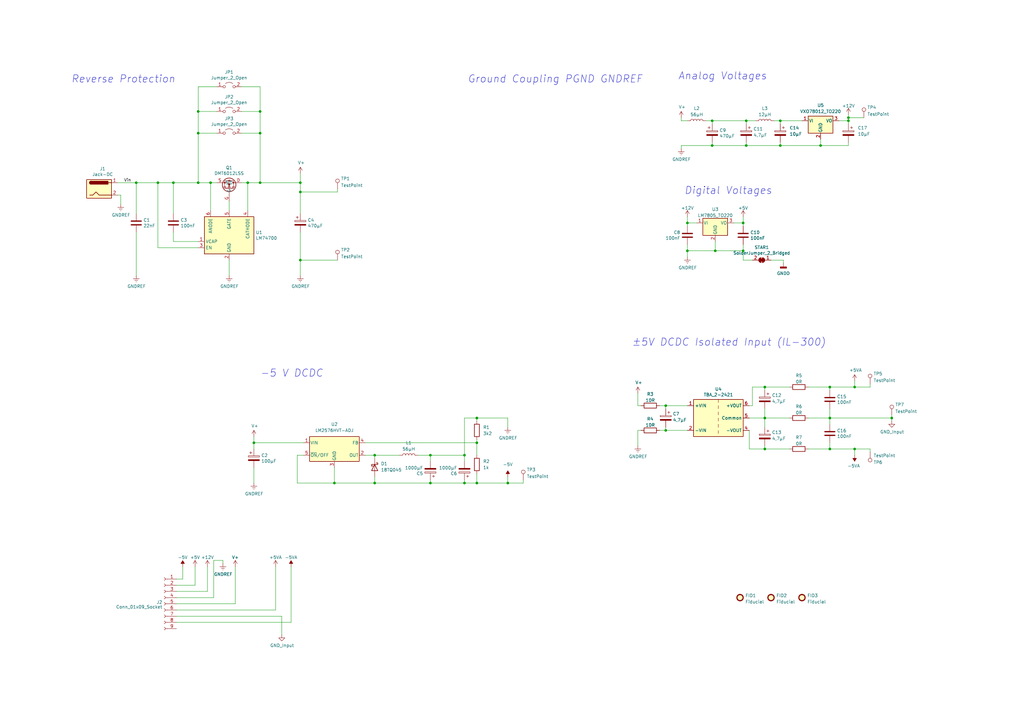
<source format=kicad_sch>
(kicad_sch (version 20230121) (generator eeschema)
  (paper "A3")
  (title_block (date "2023-07-19") (rev "1.3"))
  (lib_symbols
    (symbol "Connector:Conn_01x09_Socket" (pin_names (offset 1.016) hide)
      (property "Reference" "J" (at 0 12.7 0))
      (property "Value" "Conn_01x09_Socket" (at 0 -12.7 0))
      (symbol "Conn_01x09_Socket_1_1"
        (arc (start 0 -9.652) (mid -0.5058 -10.16) (end 0 -10.668) (stroke (width 0.1524)))
        (arc (start 0 -7.112) (mid -0.5058 -7.62) (end 0 -8.128) (stroke (width 0.1524)))
        (arc (start 0 -4.572) (mid -0.5058 -5.08) (end 0 -5.588) (stroke (width 0.1524)))
        (arc (start 0 -2.032) (mid -0.5058 -2.54) (end 0 -3.048) (stroke (width 0.1524)))
        (polyline (pts (xy -1.27 -10.16) (xy -0.508 -10.16)) (stroke (width 0.1524)))
        (polyline (pts (xy -1.27 -7.62) (xy -0.508 -7.62)) (stroke (width 0.1524)))
        (polyline (pts (xy -1.27 -5.08) (xy -0.508 -5.08)) (stroke (width 0.1524)))
        (polyline (pts (xy -1.27 -2.54) (xy -0.508 -2.54)) (stroke (width 0.1524)))
        (polyline (pts (xy -1.27 0) (xy -0.508 0)) (stroke (width 0.1524)))
        (polyline (pts (xy -1.27 2.54) (xy -0.508 2.54)) (stroke (width 0.1524)))
        (polyline (pts (xy -1.27 5.08) (xy -0.508 5.08)) (stroke (width 0.1524)))
        (polyline (pts (xy -1.27 7.62) (xy -0.508 7.62)) (stroke (width 0.1524)))
        (polyline (pts (xy -1.27 10.16) (xy -0.508 10.16)) (stroke (width 0.1524)))
        (arc (start 0 0.508) (mid -0.5058 0) (end 0 -0.508) (stroke (width 0.1524)))
        (arc (start 0 3.048) (mid -0.5058 2.54) (end 0 2.032) (stroke (width 0.1524)))
        (arc (start 0 5.588) (mid -0.5058 5.08) (end 0 4.572) (stroke (width 0.1524)))
        (arc (start 0 8.128) (mid -0.5058 7.62) (end 0 7.112) (stroke (width 0.1524)))
        (arc (start 0 10.668) (mid -0.5058 10.16) (end 0 9.652) (stroke (width 0.1524)))
        (pin passive line (at -5.08 10.16 0) (length 3.81) (name "Pin_1") (number "1"))
        (pin passive line (at -5.08 7.62 0) (length 3.81) (name "Pin_2") (number "2"))
        (pin passive line (at -5.08 5.08 0) (length 3.81) (name "Pin_3") (number "3"))
        (pin passive line (at -5.08 2.54 0) (length 3.81) (name "Pin_4") (number "4"))
        (pin passive line (at -5.08 0 0) (length 3.81) (name "Pin_5") (number "5"))
        (pin passive line (at -5.08 -2.54 0) (length 3.81) (name "Pin_6") (number "6"))
        (pin passive line (at -5.08 -5.08 0) (length 3.81) (name "Pin_7") (number "7"))
        (pin passive line (at -5.08 -7.62 0) (length 3.81) (name "Pin_8") (number "8"))
        (pin passive line (at -5.08 -10.16 0) (length 3.81) (name "Pin_9") (number "9"))
      )
    )
    (symbol "Connector:Jack-DC" (pin_names (offset 1.016))
      (property "Reference" "J" (at 0 5.334 0))
      (property "Value" "Jack-DC" (at 0 -5.08 0))
      (symbol "Jack-DC_0_1"
        (rectangle (start -5.08 3.81) (end 5.08 -3.81) (stroke (width 0.254)) (fill (type background)))
        (arc (start -3.302 3.175) (mid -3.9343 2.54) (end -3.302 1.905) (stroke (width 0.254)))
        (arc (start -3.302 3.175) (mid -3.9343 2.54) (end -3.302 1.905) (stroke (width 0.254)) (fill (type outline)))
        (polyline (pts (xy 5.08 2.54) (xy 3.81 2.54)) (stroke (width 0.254)))
        (polyline (pts (xy -3.81 -2.54) (xy -2.54 -2.54) (xy -1.27 -1.27) (xy 0 -2.54) (xy 2.54 -2.54) (xy 5.08 -2.54)) (stroke (width 0.254)))
        (rectangle (start 3.683 3.175) (end -3.302 1.905) (stroke (width 0.254)) (fill (type outline)))
      )
      (symbol "Jack-DC_1_1"
        (pin passive line (at 7.62 2.54 180) (length 2.54) (name "~") (number "1"))
        (pin passive line (at 7.62 -2.54 180) (length 2.54) (name "~") (number "2"))
      )
    )
    (symbol "Connector:TestPoint" (pin_numbers hide) (pin_names (offset 0.762) hide)
      (property "Reference" "TP" (at 0 6.858 0))
      (property "Value" "TestPoint" (at 0 5.08 0))
      (symbol "TestPoint_0_1"
        (circle (center 0 3.302) (radius 0.762))
      )
      (symbol "TestPoint_1_1"
        (pin passive line (at 0 0 90) (length 2.54) (name "1") (number "1"))
      )
    )
    (symbol "Device:C" (pin_numbers hide) (pin_names (offset 0.254))
      (property "Reference" "C" (at 0.635 2.54 0))
      (property "Value" "C" (at 0.635 -2.54 0))
      (symbol "C_0_1"
        (polyline (pts (xy -2.032 -0.762) (xy 2.032 -0.762)) (stroke (width 0.508)))
        (polyline (pts (xy -2.032 0.762) (xy 2.032 0.762)) (stroke (width 0.508)))
      )
      (symbol "C_1_1"
        (pin passive line (at 0 3.81 270) (length 2.794) (name "~") (number "1"))
        (pin passive line (at 0 -3.81 90) (length 2.794) (name "~") (number "2"))
      )
    )
    (symbol "Device:CP" (pin_numbers hide) (pin_names (offset 0.254))
      (property "Reference" "C" (at 0.635 2.54 0))
      (property "Value" "Device_CP" (at 0.635 -2.54 0))
      (symbol "CP_0_1"
        (rectangle (start -2.286 0.508) (end 2.286 1.016))
        (polyline (pts (xy -1.778 2.286) (xy -0.762 2.286)))
        (polyline (pts (xy -1.27 2.794) (xy -1.27 1.778)))
        (rectangle (start 2.286 -0.508) (end -2.286 -1.016) (fill (type outline)))
      )
      (symbol "CP_1_1"
        (pin passive line (at 0 3.81 270) (length 2.794) (name "~") (number "1"))
        (pin passive line (at 0 -3.81 90) (length 2.794) (name "~") (number "2"))
      )
    )
    (symbol "Device:C_Polarized" (pin_numbers hide) (pin_names (offset 0.254))
      (property "Reference" "C" (at 0.635 2.54 0))
      (property "Value" "C_Polarized" (at 0.635 -2.54 0))
      (symbol "C_Polarized_0_1"
        (rectangle (start -2.286 0.508) (end 2.286 1.016))
        (polyline (pts (xy -1.778 2.286) (xy -0.762 2.286)))
        (polyline (pts (xy -1.27 2.794) (xy -1.27 1.778)))
        (rectangle (start 2.286 -0.508) (end -2.286 -1.016) (fill (type outline)))
      )
      (symbol "C_Polarized_1_1"
        (pin passive line (at 0 3.81 270) (length 2.794) (name "~") (number "1"))
        (pin passive line (at 0 -3.81 90) (length 2.794) (name "~") (number "2"))
      )
    )
    (symbol "Device:D_Schottky" (pin_numbers hide) (pin_names (offset 1.016) hide)
      (property "Reference" "D" (at 0 2.54 0))
      (property "Value" "D_Schottky" (at 0 -2.54 0))
      (symbol "D_Schottky_0_1"
        (polyline (pts (xy 1.27 0) (xy -1.27 0)))
        (polyline (pts (xy 1.27 1.27) (xy 1.27 -1.27) (xy -1.27 0) (xy 1.27 1.27)) (stroke (width 0.254)))
        (polyline (pts (xy -1.905 0.635) (xy -1.905 1.27) (xy -1.27 1.27) (xy -1.27 -1.27) (xy -0.635 -1.27) (xy -0.635 -0.635)) (stroke (width 0.254)))
      )
      (symbol "D_Schottky_1_1"
        (pin passive line (at -3.81 0 0) (length 2.54) (name "K") (number "1"))
        (pin passive line (at 3.81 0 180) (length 2.54) (name "A") (number "2"))
      )
    )
    (symbol "Device:L" (pin_numbers hide) (pin_names (offset 1.016) hide)
      (property "Reference" "L" (at -1.27 0 90))
      (property "Value" "L" (at 1.905 0 90))
      (symbol "L_0_1"
        (arc (start 0 -2.54) (mid 0.6323 -1.905) (end 0 -1.27))
        (arc (start 0 -1.27) (mid 0.6323 -0.635) (end 0 0))
        (arc (start 0 0) (mid 0.6323 0.635) (end 0 1.27))
        (arc (start 0 1.27) (mid 0.6323 1.905) (end 0 2.54))
      )
      (symbol "L_1_1"
        (pin passive line (at 0 3.81 270) (length 1.27) (name "1") (number "1"))
        (pin passive line (at 0 -3.81 90) (length 1.27) (name "2") (number "2"))
      )
    )
    (symbol "Device:R" (pin_numbers hide) (pin_names (offset 0))
      (property "Reference" "R" (at 2.032 0 90))
      (property "Value" "R" (at 0 0 90))
      (symbol "R_0_1"
        (rectangle (start -1.016 -2.54) (end 1.016 2.54) (stroke (width 0.254)))
      )
      (symbol "R_1_1"
        (pin passive line (at 0 3.81 270) (length 1.27) (name "~") (number "1"))
        (pin passive line (at 0 -3.81 90) (length 1.27) (name "~") (number "2"))
      )
    )
    (symbol "Jumper:Jumper_2_Open" (pin_names (offset 0) hide)
      (property "Reference" "JP" (at 0 2.794 0))
      (property "Value" "Jumper_2_Open" (at 0 -2.286 0))
      (symbol "Jumper_2_Open_0_0"
        (circle (center -2.032 0) (radius 0.508))
        (circle (center 2.032 0) (radius 0.508))
      )
      (symbol "Jumper_2_Open_0_1"
        (arc (start 1.524 1.27) (mid 0 1.778) (end -1.524 1.27))
      )
      (symbol "Jumper_2_Open_1_1"
        (pin passive line (at -5.08 0 0) (length 2.54) (name "A") (number "1"))
        (pin passive line (at 5.08 0 180) (length 2.54) (name "B") (number "2"))
      )
    )
    (symbol "Jumper:SolderJumper_2_Bridged" (pin_names (offset 0) hide)
      (property "Reference" "JP" (at 0 2.032 0))
      (property "Value" "SolderJumper_2_Bridged" (at 0 -2.54 0))
      (symbol "SolderJumper_2_Bridged_0_1"
        (rectangle (start -0.508 0.508) (end 0.508 -0.508) (fill (type outline)))
        (arc (start -0.254 1.016) (mid -1.2656 0) (end -0.254 -1.016))
        (arc (start -0.254 1.016) (mid -1.2656 0) (end -0.254 -1.016) (fill (type outline)))
        (polyline (pts (xy -0.254 1.016) (xy -0.254 -1.016)))
        (polyline (pts (xy 0.254 1.016) (xy 0.254 -1.016)))
        (arc (start 0.254 -1.016) (mid 1.2656 0) (end 0.254 1.016))
        (arc (start 0.254 -1.016) (mid 1.2656 0) (end 0.254 1.016) (fill (type outline)))
      )
      (symbol "SolderJumper_2_Bridged_1_1"
        (pin passive line (at -3.81 0 0) (length 2.54) (name "A") (number "1"))
        (pin passive line (at 3.81 0 180) (length 2.54) (name "B") (number "2"))
      )
    )
    (symbol "Mechanical:Fiducial"
      (property "Reference" "FID" (at 0 5.08 0))
      (property "Value" "Fiducial" (at 0 3.175 0))
      (symbol "Fiducial_0_1"
        (circle (center 0 0) (radius 1.27) (stroke (width 0.508)) (fill (type background)))
      )
    )
    (symbol "MyLib:DMT6012LSS" (pin_names (offset 1.016))
      (property "Reference" "Q" (at 3.81 1.27 0))
      (property "Value" "MyLib_DMT6012LSS" (at 8.89 -1.27 0))
      (symbol "DMT6012LSS_1_1"
        (circle (center -0.889 0) (radius 2.794) (stroke (width 0.254)))
        (circle (center 0 -1.778) (radius 0.254) (fill (type outline)))
        (polyline (pts (xy -2.286 0) (xy -5.08 0)))
        (polyline (pts (xy -2.286 1.905) (xy -2.286 -1.905)) (stroke (width 0.254)))
        (polyline (pts (xy -1.778 -1.27) (xy -1.778 -2.286)) (stroke (width 0.254)))
        (polyline (pts (xy -1.778 0.508) (xy -1.778 -0.508)) (stroke (width 0.254)))
        (polyline (pts (xy -1.778 2.286) (xy -1.778 1.27)) (stroke (width 0.254)))
        (polyline (pts (xy 0 2.54) (xy 0 1.778)))
        (polyline (pts (xy 0 -2.54) (xy 0 0) (xy -1.778 0)))
        (polyline (pts (xy -1.778 -1.778) (xy 0.762 -1.778) (xy 0.762 1.778) (xy -1.778 1.778)))
        (polyline (pts (xy -1.524 0) (xy -0.508 0.381) (xy -0.508 -0.381) (xy -1.524 0)) (fill (type outline)))
        (polyline (pts (xy 0.254 0.508) (xy 0.381 0.381) (xy 1.143 0.381) (xy 1.27 0.254)))
        (polyline (pts (xy 0.762 0.381) (xy 0.381 -0.254) (xy 1.143 -0.254) (xy 0.762 0.381)))
        (circle (center 0 1.778) (radius 0.254) (fill (type outline)))
        (pin passive line (at 0 5.08 270) (length 2.54) (name "D") (number "D"))
        (pin input line (at -7.62 0 0) (length 2.54) (name "G") (number "G"))
        (pin passive line (at 0 -5.08 90) (length 2.54) (name "S") (number "S"))
      )
    )
    (symbol "MyLib:TBA_2-XXXX"
      (property "Reference" "U" (at -8.89 8.89 0))
      (property "Value" "MyLib_TBA_2-XXXX" (at 10.16 8.89 0))
      (symbol "TBA_2-XXXX_0_1"
        (rectangle (start -10.16 7.62) (end 10.16 -7.62) (stroke (width 0.254)) (fill (type background)))
        (polyline (pts (xy 0 -5.08) (xy 0 -6.35)))
        (polyline (pts (xy 0 -2.54) (xy 0 -3.81)))
        (polyline (pts (xy 0 0) (xy 0 -1.27)))
        (polyline (pts (xy 0 2.54) (xy 0 1.27)))
        (polyline (pts (xy 0 5.08) (xy 0 3.81)))
        (polyline (pts (xy 0 7.62) (xy 0 6.35)))
      )
      (symbol "TBA_2-XXXX_1_1"
        (pin power_in line (at -12.7 5.08 0) (length 2.54) (name "+VIN") (number "1"))
        (pin power_in line (at -12.7 -5.08 0) (length 2.54) (name "-VIN") (number "2"))
        (pin power_out line (at 12.7 -5.08 180) (length 2.54) (name "-VOUT") (number "4"))
        (pin power_out line (at 12.7 0 180) (length 2.54) (name "Common") (number "5"))
        (pin power_out line (at 12.7 5.08 180) (length 2.54) (name "+VOUT") (number "6"))
      )
    )
    (symbol "MyLib:V+" (power) (pin_names (offset 0))
      (property "Value" "MyLib_V+" (at 0 3.556 0))
      (symbol "V+_0_1"
        (polyline (pts (xy -0.762 1.27) (xy 0 2.54)))
        (polyline (pts (xy 0 0) (xy 0 2.54)))
        (polyline (pts (xy 0 2.54) (xy 0.762 1.27)))
      )
      (symbol "V+_1_1"
        (pin power_in line (at 0 0 90) (length 0) hide (name "V+") (number "1"))
      )
    )
    (symbol "OfficeAmp:GND_Input" (power) (pin_names (offset 0))
      (property "Value" "GND_Input" (at 0 -3.81 0))
      (symbol "GND_Input_0_1"
        (polyline (pts (xy 0 0) (xy 0 -1.27) (xy 1.27 -1.27) (xy 0 -2.54) (xy -1.27 -1.27) (xy 0 -1.27)))
      )
      (symbol "GND_Input_1_1"
        (pin power_in line (at 0 0 270) (length 0) hide (name "GND_Input") (number "1"))
      )
    )
    (symbol "Power_Management:LM74700"
      (property "Reference" "U" (at -9.525 -8.89 0))
      (property "Value" "LM74700" (at 7.62 -8.89 0))
      (symbol "LM74700_0_1"
        (rectangle (start -10.16 7.62) (end 10.16 -7.62) (stroke (width 0.254)) (fill (type background)))
      )
      (symbol "LM74700_1_1"
        (pin passive line (at -12.7 -2.54 0) (length 2.54) (name "VCAP") (number "1"))
        (pin power_in line (at 0 -10.16 90) (length 2.54) (name "GND") (number "2"))
        (pin input line (at -12.7 -5.08 0) (length 2.54) (name "EN") (number "3"))
        (pin input line (at 7.62 10.16 270) (length 2.54) (name "CATHODE") (number "4"))
        (pin output line (at 0 10.16 270) (length 2.54) (name "GATE") (number "5"))
        (pin power_in line (at -7.62 10.16 270) (length 2.54) (name "ANODE") (number "6"))
      )
    )
    (symbol "Regulator_Linear:LM7805_TO220" (pin_names (offset 0.254))
      (property "Reference" "U" (at -3.81 3.175 0))
      (property "Value" "LM7805_TO220" (at 0 3.175 0))
      (symbol "LM7805_TO220_0_1"
        (rectangle (start -5.08 1.905) (end 5.08 -5.08) (stroke (width 0.254)) (fill (type background)))
      )
      (symbol "LM7805_TO220_1_1"
        (pin power_in line (at -7.62 0 0) (length 2.54) (name "VI") (number "1"))
        (pin power_in line (at 0 -7.62 90) (length 2.54) (name "GND") (number "2"))
        (pin power_out line (at 7.62 0 180) (length 2.54) (name "VO") (number "3"))
      )
    )
    (symbol "Regulator_Linear:LM7812_TO220" (pin_names (offset 0.254))
      (property "Reference" "U" (at -3.81 3.175 0))
      (property "Value" "LM7812_TO220" (at 0 3.175 0))
      (symbol "LM7812_TO220_0_1"
        (rectangle (start -5.08 1.905) (end 5.08 -5.08) (stroke (width 0.254)) (fill (type background)))
      )
      (symbol "LM7812_TO220_1_1"
        (pin power_in line (at -7.62 0 0) (length 2.54) (name "VI") (number "1"))
        (pin power_in line (at 0 -7.62 90) (length 2.54) (name "GND") (number "2"))
        (pin power_out line (at 7.62 0 180) (length 2.54) (name "VO") (number "3"))
      )
    )
    (symbol "Regulator_Switching:LM2576HVT-ADJ" (pin_names (offset 0.254))
      (property "Reference" "U" (at -10.16 6.35 0))
      (property "Value" "LM2576HVT-ADJ" (at 0 6.35 0))
      (symbol "LM2576HVT-ADJ_0_1"
        (rectangle (start -10.16 5.08) (end 10.16 -5.08) (stroke (width 0.254)) (fill (type background)))
      )
      (symbol "LM2576HVT-ADJ_1_1"
        (pin power_in line (at -12.7 2.54 0) (length 2.54) (name "VIN") (number "1"))
        (pin output line (at 12.7 -2.54 180) (length 2.54) (name "OUT") (number "2"))
        (pin power_in line (at 0 -7.62 90) (length 2.54) (name "GND") (number "3"))
        (pin input line (at 12.7 2.54 180) (length 2.54) (name "FB") (number "4"))
        (pin input line (at -12.7 -2.54 0) (length 2.54) (name "~{ON}/OFF") (number "5"))
      )
    )
    (symbol "power:+12V" (power) (pin_names (offset 0))
      (property "Value" "+12V" (at 0 3.556 0))
      (symbol "+12V_0_1"
        (polyline (pts (xy -0.762 1.27) (xy 0 2.54)))
        (polyline (pts (xy 0 0) (xy 0 2.54)))
        (polyline (pts (xy 0 2.54) (xy 0.762 1.27)))
      )
      (symbol "+12V_1_1"
        (pin power_in line (at 0 0 90) (length 0) hide (name "+12V") (number "1"))
      )
    )
    (symbol "power:+5V" (power) (pin_names (offset 0))
      (property "Value" "+5V" (at 0 3.556 0))
      (symbol "+5V_0_1"
        (polyline (pts (xy -0.762 1.27) (xy 0 2.54)))
        (polyline (pts (xy 0 0) (xy 0 2.54)))
        (polyline (pts (xy 0 2.54) (xy 0.762 1.27)))
      )
      (symbol "+5V_1_1"
        (pin power_in line (at 0 0 90) (length 0) hide (name "+5V") (number "1"))
      )
    )
    (symbol "power:+5VA" (power) (pin_names (offset 0))
      (property "Value" "+5VA" (at 0 3.556 0))
      (symbol "+5VA_0_1"
        (polyline (pts (xy -0.762 1.27) (xy 0 2.54)))
        (polyline (pts (xy 0 0) (xy 0 2.54)))
        (polyline (pts (xy 0 2.54) (xy 0.762 1.27)))
      )
      (symbol "+5VA_1_1"
        (pin power_in line (at 0 0 90) (length 0) hide (name "+5VA") (number "1"))
      )
    )
    (symbol "power:-5V" (power) (pin_names (offset 0))
      (property "Value" "-5V" (at 0 3.81 0))
      (symbol "-5V_0_0"
        (pin power_in line (at 0 0 90) (length 0) hide (name "-5V") (number "1"))
      )
      (symbol "-5V_0_1"
        (polyline (pts (xy 0 0) (xy 0 1.27) (xy 0.762 1.27) (xy 0 2.54) (xy -0.762 1.27) (xy 0 1.27)) (fill (type outline)))
      )
    )
    (symbol "power:-5VA" (power) (pin_names (offset 0))
      (property "Value" "-5VA" (at 0 3.81 0))
      (symbol "-5VA_0_0"
        (pin power_in line (at 0 0 90) (length 0) hide (name "-5VA") (number "1"))
      )
      (symbol "-5VA_0_1"
        (polyline (pts (xy 0 0) (xy 0 1.27) (xy 0.762 1.27) (xy 0 2.54) (xy -0.762 1.27) (xy 0 1.27)) (fill (type outline)))
      )
    )
    (symbol "power:GNDD" (power) (pin_names (offset 0))
      (property "Value" "GNDD" (at 0 -3.175 0))
      (symbol "GNDD_0_1"
        (rectangle (start -1.27 -1.524) (end 1.27 -2.032) (stroke (width 0.254)) (fill (type outline)))
        (polyline (pts (xy 0 0) (xy 0 -1.524)))
      )
      (symbol "GNDD_1_1"
        (pin power_in line (at 0 0 270) (length 0) hide (name "GNDD") (number "1"))
      )
    )
    (symbol "power:GNDREF" (power) (pin_names (offset 0))
      (property "Value" "GNDREF" (at 0 -3.81 0))
      (symbol "GNDREF_0_1"
        (polyline (pts (xy -0.635 -1.905) (xy 0.635 -1.905)))
        (polyline (pts (xy -0.127 -2.54) (xy 0.127 -2.54)))
        (polyline (pts (xy 0 -1.27) (xy 0 0)))
        (polyline (pts (xy 1.27 -1.27) (xy -1.27 -1.27)))
      )
      (symbol "GNDREF_1_1"
        (pin power_in line (at 0 0 270) (length 0) hide (name "GNDREF") (number "1"))
      )
    )
  )
  (junction (at 123.19 106.68))
  (junction (at 195.58 171.45))
  (junction (at 55.88 74.93))
  (junction (at 347.98 48.26))
  (junction (at 153.67 198.12))
  (junction (at 292.1 59.69))
  (junction (at 340.36 184.15))
  (junction (at 292.1 49.53))
  (junction (at 350.52 184.15))
  (junction (at 176.53 198.12))
  (junction (at 208.28 198.12))
  (junction (at 273.05 176.53))
  (junction (at 336.55 59.69))
  (junction (at 64.77 74.93))
  (junction (at 190.5 198.12))
  (junction (at 71.12 74.93))
  (junction (at 101.6 74.93))
  (junction (at 306.07 49.53))
  (junction (at 104.14 181.61))
  (junction (at 365.76 171.45))
  (junction (at 304.8 102.87))
  (junction (at 86.36 74.93))
  (junction (at 273.05 166.37))
  (junction (at 123.19 74.93))
  (junction (at 123.19 78.74))
  (junction (at 313.69 171.45))
  (junction (at 106.68 45.72))
  (junction (at 320.04 49.53))
  (junction (at 153.67 186.69))
  (junction (at 281.94 91.44))
  (junction (at 340.36 158.75))
  (junction (at 293.37 102.87))
  (junction (at 350.52 158.75))
  (junction (at 340.36 171.45))
  (junction (at 313.69 184.15))
  (junction (at 190.5 186.69))
  (junction (at 106.68 74.93))
  (junction (at 195.58 198.12))
  (junction (at 106.68 54.61))
  (junction (at 195.58 181.61))
  (junction (at 81.28 45.72))
  (junction (at 176.53 186.69))
  (junction (at 81.28 74.93))
  (junction (at 281.94 102.87))
  (junction (at 320.04 59.69))
  (junction (at 313.69 158.75))
  (junction (at 137.16 198.12))
  (junction (at 304.8 91.44))
  (junction (at 306.07 59.69))
  (junction (at 81.28 54.61))
  (junction (at 347.98 49.53))
  (wire (pts (xy 104.14 179.07) (xy 104.14 181.61)))
  (wire (pts (xy 292.1 59.69) (xy 306.07 59.69)))
  (wire (pts (xy 55.88 74.93) (xy 48.26 74.93)))
  (wire (pts (xy 123.19 87.63) (xy 123.19 78.74)))
  (wire (pts (xy 306.07 49.53) (xy 309.88 49.53)))
  (wire (pts (xy 153.67 198.12) (xy 176.53 198.12)))
  (wire (pts (xy 270.51 176.53) (xy 273.05 176.53)))
  (wire (pts (xy 72.39 255.27) (xy 119.38 255.27)))
  (wire (pts (xy 195.58 171.45) (xy 190.5 171.45)))
  (wire (pts (xy 273.05 166.37) (xy 273.05 167.64)))
  (wire (pts (xy 106.68 35.56) (xy 106.68 45.72)))
  (wire (pts (xy 313.69 158.75) (xy 323.85 158.75)))
  (wire (pts (xy 336.55 57.15) (xy 336.55 59.69)))
  (wire (pts (xy 304.8 106.68) (xy 304.8 102.87)))
  (wire (pts (xy 340.36 184.15) (xy 350.52 184.15)))
  (wire (pts (xy 289.56 49.53) (xy 292.1 49.53)))
  (wire (pts (xy 347.98 49.53) (xy 347.98 50.8)))
  (wire (pts (xy 307.34 176.53) (xy 307.34 184.15)))
  (wire (pts (xy 106.68 54.61) (xy 106.68 74.93)))
  (wire (pts (xy 176.53 196.85) (xy 176.53 198.12)))
  (wire (pts (xy 72.39 247.65) (xy 96.52 247.65)))
  (wire (pts (xy 320.04 59.69) (xy 336.55 59.69)))
  (wire (pts (xy 307.34 171.45) (xy 313.69 171.45)))
  (wire (pts (xy 121.92 198.12) (xy 137.16 198.12)))
  (wire (pts (xy 313.69 158.75) (xy 313.69 160.02)))
  (wire (pts (xy 347.98 48.26) (xy 347.98 49.53)))
  (wire (pts (xy 121.92 186.69) (xy 121.92 198.12)))
  (wire (pts (xy 304.8 91.44) (xy 304.8 92.71)))
  (wire (pts (xy 138.43 78.74) (xy 138.43 77.47)))
  (wire (pts (xy 347.98 46.99) (xy 347.98 48.26)))
  (wire (pts (xy 273.05 166.37) (xy 281.94 166.37)))
  (wire (pts (xy 279.4 49.53) (xy 281.94 49.53)))
  (wire (pts (xy 313.69 182.88) (xy 313.69 184.15)))
  (wire (pts (xy 340.36 184.15) (xy 340.36 181.61)))
  (wire (pts (xy 292.1 49.53) (xy 306.07 49.53)))
  (wire (pts (xy 307.34 184.15) (xy 313.69 184.15)))
  (wire (pts (xy 321.31 106.68) (xy 321.31 107.95)))
  (wire (pts (xy 331.47 171.45) (xy 340.36 171.45)))
  (wire (pts (xy 190.5 198.12) (xy 195.58 198.12)))
  (wire (pts (xy 340.36 171.45) (xy 340.36 173.99)))
  (wire (pts (xy 190.5 196.85) (xy 190.5 198.12)))
  (wire (pts (xy 104.14 191.77) (xy 104.14 198.12)))
  (wire (pts (xy 195.58 194.31) (xy 195.58 198.12)))
  (wire (pts (xy 85.09 232.41) (xy 85.09 242.57)))
  (wire (pts (xy 190.5 189.23) (xy 190.5 186.69)))
  (wire (pts (xy 123.19 78.74) (xy 123.19 74.93)))
  (wire (pts (xy 350.52 158.75) (xy 340.36 158.75)))
  (wire (pts (xy 347.98 48.26) (xy 354.33 48.26)))
  (wire (pts (xy 293.37 102.87) (xy 293.37 99.06)))
  (wire (pts (xy 317.5 49.53) (xy 320.04 49.53)))
  (wire (pts (xy 261.62 161.29) (xy 261.62 166.37)))
  (wire (pts (xy 340.36 171.45) (xy 340.36 167.64)))
  (wire (pts (xy 306.07 58.42) (xy 306.07 59.69)))
  (wire (pts (xy 195.58 171.45) (xy 208.28 171.45)))
  (wire (pts (xy 64.77 101.6) (xy 64.77 74.93)))
  (wire (pts (xy 115.57 252.73) (xy 115.57 260.35)))
  (wire (pts (xy 340.36 171.45) (xy 365.76 171.45)))
  (wire (pts (xy 153.67 186.69) (xy 153.67 187.96)))
  (wire (pts (xy 81.28 101.6) (xy 64.77 101.6)))
  (wire (pts (xy 313.69 184.15) (xy 323.85 184.15)))
  (wire (pts (xy 71.12 74.93) (xy 71.12 87.63)))
  (wire (pts (xy 55.88 74.93) (xy 55.88 87.63)))
  (wire (pts (xy 137.16 191.77) (xy 137.16 198.12)))
  (wire (pts (xy 81.28 74.93) (xy 86.36 74.93)))
  (wire (pts (xy 123.19 74.93) (xy 123.19 71.12)))
  (wire (pts (xy 350.52 184.15) (xy 350.52 186.69)))
  (wire (pts (xy 320.04 50.8) (xy 320.04 49.53)))
  (wire (pts (xy 104.14 181.61) (xy 104.14 184.15)))
  (wire (pts (xy 347.98 59.69) (xy 347.98 58.42)))
  (wire (pts (xy 99.06 74.93) (xy 101.6 74.93)))
  (wire (pts (xy 153.67 195.58) (xy 153.67 198.12)))
  (wire (pts (xy 96.52 232.41) (xy 96.52 247.65)))
  (wire (pts (xy 279.4 59.69) (xy 292.1 59.69)))
  (wire (pts (xy 64.77 74.93) (xy 71.12 74.93)))
  (wire (pts (xy 365.76 171.45) (xy 365.76 170.18)))
  (wire (pts (xy 320.04 49.53) (xy 328.93 49.53)))
  (wire (pts (xy 72.39 250.19) (xy 113.03 250.19)))
  (wire (pts (xy 123.19 106.68) (xy 123.19 95.25)))
  (wire (pts (xy 86.36 74.93) (xy 86.36 86.36)))
  (wire (pts (xy 304.8 102.87) (xy 304.8 100.33)))
  (wire (pts (xy 365.76 171.45) (xy 365.76 172.72)))
  (wire (pts (xy 306.07 49.53) (xy 306.07 50.8)))
  (wire (pts (xy 88.9 45.72) (xy 81.28 45.72)))
  (wire (pts (xy 270.51 166.37) (xy 273.05 166.37)))
  (wire (pts (xy 81.28 35.56) (xy 81.28 45.72)))
  (wire (pts (xy 340.36 158.75) (xy 340.36 160.02)))
  (wire (pts (xy 261.62 166.37) (xy 262.89 166.37)))
  (wire (pts (xy 81.28 54.61) (xy 81.28 74.93)))
  (wire (pts (xy 99.06 45.72) (xy 106.68 45.72)))
  (wire (pts (xy 93.98 82.55) (xy 93.98 86.36)))
  (wire (pts (xy 106.68 74.93) (xy 101.6 74.93)))
  (wire (pts (xy 356.87 158.75) (xy 356.87 157.48)))
  (wire (pts (xy 350.52 184.15) (xy 356.87 184.15)))
  (wire (pts (xy 195.58 171.45) (xy 195.58 172.72)))
  (wire (pts (xy 88.9 74.93) (xy 86.36 74.93)))
  (wire (pts (xy 261.62 176.53) (xy 262.89 176.53)))
  (wire (pts (xy 48.26 80.01) (xy 49.53 80.01)))
  (wire (pts (xy 281.94 88.9) (xy 281.94 91.44)))
  (wire (pts (xy 320.04 58.42) (xy 320.04 59.69)))
  (wire (pts (xy 137.16 198.12) (xy 153.67 198.12)))
  (wire (pts (xy 113.03 250.19) (xy 113.03 232.41)))
  (wire (pts (xy 208.28 171.45) (xy 208.28 175.26)))
  (wire (pts (xy 281.94 91.44) (xy 281.94 92.71)))
  (wire (pts (xy 49.53 80.01) (xy 49.53 83.82)))
  (wire (pts (xy 190.5 171.45) (xy 190.5 186.69)))
  (wire (pts (xy 123.19 74.93) (xy 106.68 74.93)))
  (wire (pts (xy 71.12 99.06) (xy 81.28 99.06)))
  (wire (pts (xy 91.44 229.87) (xy 91.44 231.14)))
  (wire (pts (xy 350.52 156.21) (xy 350.52 158.75)))
  (wire (pts (xy 195.58 180.34) (xy 195.58 181.61)))
  (wire (pts (xy 74.93 232.41) (xy 74.93 237.49)))
  (wire (pts (xy 313.69 171.45) (xy 323.85 171.45)))
  (wire (pts (xy 281.94 102.87) (xy 281.94 105.41)))
  (wire (pts (xy 71.12 74.93) (xy 81.28 74.93)))
  (wire (pts (xy 149.86 186.69) (xy 153.67 186.69)))
  (wire (pts (xy 292.1 58.42) (xy 292.1 59.69)))
  (wire (pts (xy 313.69 171.45) (xy 313.69 167.64)))
  (wire (pts (xy 292.1 49.53) (xy 292.1 50.8)))
  (wire (pts (xy 214.63 198.12) (xy 214.63 196.85)))
  (wire (pts (xy 273.05 175.26) (xy 273.05 176.53)))
  (wire (pts (xy 279.4 59.69) (xy 279.4 60.96)))
  (wire (pts (xy 307.34 166.37) (xy 308.61 166.37)))
  (wire (pts (xy 72.39 252.73) (xy 115.57 252.73)))
  (wire (pts (xy 300.99 91.44) (xy 304.8 91.44)))
  (wire (pts (xy 87.63 229.87) (xy 91.44 229.87)))
  (wire (pts (xy 336.55 59.69) (xy 347.98 59.69)))
  (wire (pts (xy 350.52 158.75) (xy 356.87 158.75)))
  (wire (pts (xy 356.87 184.15) (xy 356.87 185.42)))
  (wire (pts (xy 123.19 113.03) (xy 123.19 106.68)))
  (wire (pts (xy 281.94 91.44) (xy 285.75 91.44)))
  (wire (pts (xy 72.39 245.11) (xy 87.63 245.11)))
  (wire (pts (xy 71.12 95.25) (xy 71.12 99.06)))
  (wire (pts (xy 104.14 181.61) (xy 124.46 181.61)))
  (wire (pts (xy 101.6 74.93) (xy 101.6 86.36)))
  (wire (pts (xy 119.38 255.27) (xy 119.38 232.41)))
  (wire (pts (xy 80.01 232.41) (xy 80.01 240.03)))
  (wire (pts (xy 308.61 158.75) (xy 313.69 158.75)))
  (wire (pts (xy 88.9 35.56) (xy 81.28 35.56)))
  (wire (pts (xy 261.62 182.88) (xy 261.62 176.53)))
  (wire (pts (xy 81.28 45.72) (xy 81.28 54.61)))
  (wire (pts (xy 208.28 195.58) (xy 208.28 198.12)))
  (wire (pts (xy 176.53 186.69) (xy 176.53 189.23)))
  (wire (pts (xy 273.05 176.53) (xy 281.94 176.53)))
  (wire (pts (xy 176.53 198.12) (xy 190.5 198.12)))
  (wire (pts (xy 316.23 106.68) (xy 321.31 106.68)))
  (wire (pts (xy 124.46 186.69) (xy 121.92 186.69)))
  (wire (pts (xy 281.94 100.33) (xy 281.94 102.87)))
  (wire (pts (xy 106.68 45.72) (xy 106.68 54.61)))
  (wire (pts (xy 123.19 78.74) (xy 138.43 78.74)))
  (wire (pts (xy 171.45 186.69) (xy 176.53 186.69)))
  (wire (pts (xy 72.39 237.49) (xy 74.93 237.49)))
  (wire (pts (xy 99.06 35.56) (xy 106.68 35.56)))
  (wire (pts (xy 149.86 181.61) (xy 195.58 181.61)))
  (wire (pts (xy 72.39 240.03) (xy 80.01 240.03)))
  (wire (pts (xy 55.88 74.93) (xy 64.77 74.93)))
  (wire (pts (xy 208.28 198.12) (xy 214.63 198.12)))
  (wire (pts (xy 85.09 242.57) (xy 72.39 242.57)))
  (wire (pts (xy 306.07 59.69) (xy 320.04 59.69)))
  (wire (pts (xy 176.53 186.69) (xy 190.5 186.69)))
  (wire (pts (xy 304.8 91.44) (xy 304.8 88.9)))
  (wire (pts (xy 195.58 181.61) (xy 195.58 186.69)))
  (wire (pts (xy 153.67 186.69) (xy 163.83 186.69)))
  (wire (pts (xy 313.69 171.45) (xy 313.69 175.26)))
  (wire (pts (xy 308.61 166.37) (xy 308.61 158.75)))
  (wire (pts (xy 123.19 106.68) (xy 138.43 106.68)))
  (wire (pts (xy 279.4 48.26) (xy 279.4 49.53)))
  (wire (pts (xy 99.06 54.61) (xy 106.68 54.61)))
  (wire (pts (xy 81.28 54.61) (xy 88.9 54.61)))
  (wire (pts (xy 293.37 102.87) (xy 304.8 102.87)))
  (wire (pts (xy 331.47 158.75) (xy 340.36 158.75)))
  (wire (pts (xy 281.94 102.87) (xy 293.37 102.87)))
  (wire (pts (xy 331.47 184.15) (xy 340.36 184.15)))
  (wire (pts (xy 55.88 95.25) (xy 55.88 113.03)))
  (wire (pts (xy 93.98 113.03) (xy 93.98 106.68)))
  (wire (pts (xy 344.17 49.53) (xy 347.98 49.53)))
  (wire (pts (xy 87.63 245.11) (xy 87.63 229.87)))
  (wire (pts (xy 308.61 106.68) (xy 304.8 106.68)))
  (wire (pts (xy 208.28 198.12) (xy 195.58 198.12)))
  (text "Analog Voltages" (at 278.13 33.02 0) (effects (font (size 2.9972 2.9972) italic) (justify left bottom)))
  (text "Ground Coupling PGND GNDREF" (at 191.77 34.29 0) (effects (font (size 2.9972 2.9972) italic) (justify left bottom)))
  (text "-5 V DCDC" (at 106.68 154.94 0) (effects (font (size 2.9972 2.9972) italic) (justify left bottom)))
  (text "Reverse Protection" (at 29.21 34.29 0) (effects (font (size 2.9972 2.9972) italic) (justify left bottom)))
  (text "Digital Voltages" (at 280.67 80.01 0) (effects (font (size 2.9972 2.9972) italic) (justify left bottom)))
  (text "±5V DCDC Isolated Input (IL-300)" (at 259.08 142.24 0) (effects (font (size 2.9972 2.9972) italic) (justify left bottom)))
  (label "Vin" (at 50.8 74.93 0))
  (symbol (lib_id "Device:R") (at 266.7 176.53 270) (unit 1)
    (property "Reference" "R4" (at 266.7 171.8142 90))
    (property "Value" "10R" (at 266.7 174.3511 90))
    (property "Footprint" "Resistor_SMD:R_0805_2012Metric_Pad1.20x1.40mm_HandSolder" (effects hide))
  )
  (symbol (lib_id "Regulator_Linear:LM7805_TO220") (at 293.37 91.44 0) (unit 1)
    (property "Reference" "U3" (at 293.37 85.8352 0))
    (property "Value" "LM7805_TO220" (at 293.37 88.3721 0))
    (property "Footprint" "Package_TO_SOT_THT:TO-220-3_Vertical" (effects hide))
    (property "Datasheet" "https://www.onsemi.cn/PowerSolutions/document/MC7800-D.PDF" (effects hide))
  )
  (symbol (lib_id "Device:CP") (at 176.53 193.04 180) (unit 1)
    (property "Reference" "C5" (at 173.5328 194.2084 0) (effects (justify left)))
    (property "Value" "1000µF" (at 173.5328 191.897 0) (effects (justify left)))
    (property "Footprint" "Capacitor_THT:CP_Radial_D13.0mm_P5.00mm" (effects hide))
  )
  (symbol (lib_id "Connector:TestPoint") (at 354.33 48.26 0) (unit 1)
    (property "Reference" "TP4" (at 355.727 44.0495 0) (effects (justify left)))
    (property "Value" "TestPoint" (at 355.727 46.8246 0) (effects (justify left)))
    (property "Footprint" "TestPoint:TestPoint_Pad_D1.0mm" (effects hide))
  )
  (symbol (lib_id "Connector:TestPoint") (at 214.63 196.85 0) (unit 1)
    (property "Reference" "TP3" (at 216.027 192.6395 0) (effects (justify left)))
    (property "Value" "TestPoint" (at 216.027 195.4146 0) (effects (justify left)))
    (property "Footprint" "TestPoint:TestPoint_Pad_D1.0mm" (effects hide))
  )
  (symbol (lib_id "power:GNDD") (at 321.31 107.95 0) (unit 1)
    (property "Reference" "#PWR017" (effects hide))
    (property "Value" "GNDD" (at 321.31 112.1315 0))
  )
  (symbol (lib_id "Device:R") (at 266.7 166.37 270) (unit 1)
    (property "Reference" "R3" (at 266.7 161.6542 90))
    (property "Value" "10R" (at 266.7 164.1911 90))
    (property "Footprint" "Resistor_SMD:R_0805_2012Metric_Pad1.20x1.40mm_HandSolder" (effects hide))
  )
  (symbol (lib_id "power:GNDREF") (at 261.62 182.88 0) (unit 1)
    (property "Reference" "#PWR011" (effects hide))
    (property "Value" "GNDREF" (at 261.747 187.2742 0))
  )
  (symbol (lib_id "power:GNDREF") (at 55.88 113.03 0) (unit 1)
    (property "Reference" "#PWR02" (effects hide))
    (property "Value" "GNDREF" (at 56.007 117.4242 0))
  )
  (symbol (lib_id "OfficeAmp:GND_Input") (at 115.57 260.35 0) (unit 1)
    (property "Reference" "#PWR028" (effects hide))
    (property "Value" "GND_Input" (at 115.697 264.7442 0))
  )
  (symbol (lib_id "Power_Management:LM74700") (at 93.98 96.52 0) (unit 1)
    (property "Reference" "U1" (at 104.902 95.3516 0) (effects (justify left)))
    (property "Value" "LM74700" (at 104.902 97.663 0) (effects (justify left)))
    (property "Footprint" "Package_TO_SOT_SMD:SOT-23-6" (effects hide))
    (property "Datasheet" "http://www.ti.com/lit/gpn/LM74700-Q1" (effects hide))
  )
  (symbol (lib_id "MyLib:V+") (at 123.19 71.12 0) (unit 1)
    (property "Reference" "#PWR06" (effects hide))
    (property "Value" "V+" (at 123.571 66.7258 0))
  )
  (symbol (lib_id "Device:C") (at 340.36 163.83 0) (unit 1)
    (property "Reference" "C15" (at 343.281 162.6616 0) (effects (justify left)))
    (property "Value" "100nF" (at 343.281 164.973 0) (effects (justify left)))
    (property "Footprint" "Capacitor_SMD:C_0805_2012Metric_Pad1.18x1.45mm_HandSolder" (effects hide))
  )
  (symbol (lib_id "MyLib:DMT6012LSS") (at 93.98 74.93 270) (mirror x) (unit 1)
    (property "Reference" "Q1" (at 93.98 68.7832 90))
    (property "Value" "DMT6012LSS" (at 93.98 71.0946 90))
    (property "Footprint" "MyLib:N-CH-SO-8_5.3x6.2mm_P1.27mm" (effects hide))
  )
  (symbol (lib_id "Device:C_Polarized") (at 313.69 179.07 0) (mirror y) (unit 1)
    (property "Reference" "C13" (at 316.611 177.3463 0) (effects (justify right)))
    (property "Value" "4,7µF" (at 316.611 179.8832 0) (effects (justify right)))
    (property "Footprint" "Capacitor_THT:CP_Radial_D5.0mm_P2.00mm" (effects hide))
  )
  (symbol (lib_id "Jumper:Jumper_2_Open") (at 93.98 35.56 0) (unit 1)
    (property "Reference" "JP1" (at 93.98 29.591 0))
    (property "Value" "Jumper_2_Open" (at 93.98 31.9024 0))
    (property "Footprint" "Jumper:SolderJumper-2_P1.3mm_Open_TrianglePad1.0x1.5mm" (effects hide))
  )
  (symbol (lib_id "power:-5VA") (at 119.38 232.41 0) (unit 1)
    (property "Reference" "#PWR029" (effects hide))
    (property "Value" "-5VA" (at 119.38 228.6 0))
  )
  (symbol (lib_id "power:+12V") (at 85.09 232.41 0) (unit 1)
    (property "Reference" "#PWR024" (effects hide))
    (property "Value" "+12V" (at 85.09 228.6 0))
  )
  (symbol (lib_id "Jumper:Jumper_2_Open") (at 93.98 45.72 0) (unit 1)
    (property "Reference" "JP2" (at 93.98 39.751 0))
    (property "Value" "Jumper_2_Open" (at 93.98 42.0624 0))
    (property "Footprint" "Jumper:SolderJumper-2_P1.3mm_Open_TrianglePad1.0x1.5mm" (effects hide))
  )
  (symbol (lib_id "Regulator_Linear:LM7812_TO220") (at 336.55 49.53 0) (unit 1)
    (property "Reference" "U5" (at 336.55 43.18 0))
    (property "Value" "VXO78012_TO220" (at 336.55 45.72 0))
    (property "Footprint" "Package_TO_SOT_THT:TO-220-3_Vertical" (effects hide))
    (property "Datasheet" "https://www.onsemi.cn/PowerSolutions/document/MC7800-D.PDF" (effects hide))
  )
  (symbol (lib_id "power:+5VA") (at 350.52 156.21 0) (unit 1)
    (property "Reference" "#PWR019" (effects hide))
    (property "Value" "+5VA" (at 350.901 151.8158 0))
  )
  (symbol (lib_id "Device:C_Polarized") (at 273.05 171.45 0) (mirror y) (unit 1)
    (property "Reference" "C7" (at 275.971 169.7263 0) (effects (justify right)))
    (property "Value" "4,7µF" (at 275.971 172.2632 0) (effects (justify right)))
    (property "Footprint" "Capacitor_THT:CP_Radial_D5.0mm_P2.00mm" (effects hide))
  )
  (symbol (lib_id "power:GNDREF") (at 91.44 231.14 0) (unit 1)
    (property "Reference" "#PWR025" (effects hide))
    (property "Value" "GNDREF" (at 91.567 235.5342 0))
  )
  (symbol (lib_id "Device:CP") (at 104.14 187.96 0) (unit 1)
    (property "Reference" "C2" (at 107.1372 186.7916 0) (effects (justify left)))
    (property "Value" "100µF" (at 107.1372 189.103 0) (effects (justify left)))
    (property "Footprint" "Capacitor_THT:CP_Radial_D13.0mm_P5.00mm" (effects hide))
  )
  (symbol (lib_id "MyLib:V+") (at 96.52 232.41 0) (unit 1)
    (property "Reference" "#PWR026" (effects hide))
    (property "Value" "V+" (at 96.52 228.6 0))
  )
  (symbol (lib_id "MyLib:TBA_2-XXXX") (at 294.64 171.45 0) (unit 1)
    (property "Reference" "U4" (at 294.64 159.5882 0))
    (property "Value" "TBA_2-2421" (at 294.64 161.8996 0))
    (property "Footprint" "office_amp:SIP-7" (effects hide))
    (property "Datasheet" "https://www.tracopower.com/products/tmr2.pdf" (effects hide))
  )
  (symbol (lib_id "Connector:TestPoint") (at 138.43 106.68 0) (unit 1)
    (property "Reference" "TP2" (at 139.827 102.4695 0) (effects (justify left)))
    (property "Value" "TestPoint" (at 139.827 105.2446 0) (effects (justify left)))
    (property "Footprint" "TestPoint:TestPoint_Loop_D2.60mm_Drill1.4mm_Beaded" (effects hide))
  )
  (symbol (lib_id "OfficeAmp:GND_Input") (at 365.76 172.72 0) (unit 1)
    (property "Reference" "#PWR021" (effects hide))
    (property "Value" "GND_Input" (at 365.887 177.1142 0))
  )
  (symbol (lib_id "Device:CP") (at 190.5 193.04 180) (unit 1)
    (property "Reference" "C6" (at 187.5028 194.2084 0) (effects (justify left)))
    (property "Value" "1000µF" (at 187.5028 191.897 0) (effects (justify left)))
    (property "Footprint" "Capacitor_THT:CP_Radial_D13.0mm_P5.00mm" (effects hide))
  )
  (symbol (lib_id "Device:R") (at 195.58 190.5 0) (unit 1)
    (property "Reference" "R2" (at 198.12 189.23 0) (effects (justify left)))
    (property "Value" "1k" (at 198.12 191.77 0) (effects (justify left)))
    (property "Footprint" "Resistor_SMD:R_0805_2012Metric_Pad1.20x1.40mm_HandSolder" (effects hide))
  )
  (symbol (lib_id "Connector:TestPoint") (at 365.76 170.18 0) (unit 1)
    (property "Reference" "TP7" (at 367.157 165.9695 0) (effects (justify left)))
    (property "Value" "TestPoint" (at 367.157 168.7446 0) (effects (justify left)))
    (property "Footprint" "TestPoint:TestPoint_Loop_D2.60mm_Drill1.4mm_Beaded" (effects hide))
  )
  (symbol (lib_id "Device:L") (at 167.64 186.69 90) (unit 1)
    (property "Reference" "L1" (at 167.64 181.61 90))
    (property "Value" "56µH" (at 167.64 184.15 90))
    (property "Footprint" "Inductor_THT:L_Axial_L16.0mm_D6.3mm_P25.40mm_Horizontal_Fastron_VHBCC" (effects hide))
  )
  (symbol (lib_id "Connector:Jack-DC") (at 40.64 77.47 0) (unit 1)
    (property "Reference" "J1" (at 42.0878 69.215 0))
    (property "Value" "Jack-DC" (at 42.0878 71.5264 0))
    (property "Footprint" "Connector_BarrelJack:BarrelJack_Horizontal" (effects hide))
  )
  (symbol (lib_id "MyLib:V+") (at 261.62 161.29 0) (unit 1)
    (property "Reference" "#PWR010" (effects hide))
    (property "Value" "V+" (at 262.001 156.8958 0))
  )
  (symbol (lib_id "power:GNDREF") (at 281.94 105.41 0) (unit 1)
    (property "Reference" "#PWR015" (effects hide))
    (property "Value" "GNDREF" (at 282.067 109.8042 0))
  )
  (symbol (lib_id "power:-5VA") (at 350.52 186.69 180) (unit 1)
    (property "Reference" "#PWR020" (effects hide))
    (property "Value" "-5VA" (at 350.139 191.0842 0))
  )
  (symbol (lib_id "Mechanical:Fiducial") (at 303.53 245.11 0) (unit 1)
    (property "Reference" "FID1" (at 305.689 244.2753 0) (effects (justify left)))
    (property "Value" "Fiducial" (at 305.689 246.8122 0) (effects (justify left)))
    (property "Footprint" "Fiducial:Fiducial_1.5mm_Mask3mm" (effects hide))
  )
  (symbol (lib_id "power:GNDREF") (at 93.98 113.03 0) (unit 1)
    (property "Reference" "#PWR05" (effects hide))
    (property "Value" "GNDREF" (at 94.107 117.4242 0))
  )
  (symbol (lib_id "power:GNDREF") (at 123.19 113.03 0) (unit 1)
    (property "Reference" "#PWR07" (effects hide))
    (property "Value" "GNDREF" (at 123.317 117.4242 0))
  )
  (symbol (lib_id "Device:C") (at 55.88 91.44 0) (unit 1)
    (property "Reference" "C1" (at 58.801 90.2716 0) (effects (justify left)))
    (property "Value" "22nF" (at 58.801 92.583 0) (effects (justify left)))
    (property "Footprint" "Capacitor_SMD:C_0805_2012Metric_Pad1.18x1.45mm_HandSolder" (effects hide))
  )
  (symbol (lib_id "power:+5V") (at 80.01 232.41 0) (unit 1)
    (property "Reference" "#PWR023" (effects hide))
    (property "Value" "+5V" (at 80.01 228.6 0))
  )
  (symbol (lib_id "power:-5V") (at 74.93 232.41 0) (unit 1)
    (property "Reference" "#PWR022" (effects hide))
    (property "Value" "-5V" (at 74.93 228.6 0))
  )
  (symbol (lib_id "power:+5VA") (at 113.03 232.41 0) (unit 1)
    (property "Reference" "#PWR027" (effects hide))
    (property "Value" "+5VA" (at 113.03 228.6 0))
  )
  (symbol (lib_id "Device:C_Polarized") (at 306.07 54.61 0) (mirror y) (unit 1)
    (property "Reference" "C11" (at 308.991 52.8863 0) (effects (justify right)))
    (property "Value" "4,7µF" (at 308.991 55.4232 0) (effects (justify right)))
    (property "Footprint" "Capacitor_THT:CP_Radial_D5.0mm_P2.00mm" (effects hide))
  )
  (symbol (lib_id "power:GNDREF") (at 49.53 83.82 0) (unit 1)
    (property "Reference" "#PWR01" (effects hide))
    (property "Value" "GNDREF" (at 49.657 88.2142 0))
  )
  (symbol (lib_id "Device:R") (at 195.58 176.53 0) (unit 1)
    (property "Reference" "R1" (at 198.12 175.26 0) (effects (justify left)))
    (property "Value" "3k2" (at 198.12 177.8 0) (effects (justify left)))
    (property "Footprint" "Resistor_SMD:R_0805_2012Metric_Pad1.20x1.40mm_HandSolder" (effects hide))
  )
  (symbol (lib_id "Device:C") (at 340.36 177.8 0) (unit 1)
    (property "Reference" "C16" (at 343.281 176.6316 0) (effects (justify left)))
    (property "Value" "100nF" (at 343.281 178.943 0) (effects (justify left)))
    (property "Footprint" "Capacitor_SMD:C_0805_2012Metric_Pad1.18x1.45mm_HandSolder" (effects hide))
  )
  (symbol (lib_id "power:+12V") (at 281.94 88.9 0) (unit 1)
    (property "Reference" "#PWR014" (effects hide))
    (property "Value" "+12V" (at 281.94 85.3242 0))
  )
  (symbol (lib_id "Device:R") (at 327.66 184.15 270) (unit 1)
    (property "Reference" "R7" (at 327.66 179.4342 90))
    (property "Value" "0R" (at 327.66 181.9711 90))
    (property "Footprint" "Resistor_SMD:R_0805_2012Metric_Pad1.20x1.40mm_HandSolder" (effects hide))
  )
  (symbol (lib_id "Connector:TestPoint") (at 138.43 77.47 0) (unit 1)
    (property "Reference" "TP1" (at 139.827 73.2595 0) (effects (justify left)))
    (property "Value" "TestPoint" (at 139.827 76.0346 0) (effects (justify left)))
    (property "Footprint" "TestPoint:TestPoint_Pad_D1.0mm" (effects hide))
  )
  (symbol (lib_id "Mechanical:Fiducial") (at 316.23 245.11 0) (unit 1)
    (property "Reference" "FID2" (at 318.389 244.2753 0) (effects (justify left)))
    (property "Value" "Fiducial" (at 318.389 246.8122 0) (effects (justify left)))
    (property "Footprint" "Fiducial:Fiducial_1.5mm_Mask3mm" (effects hide))
  )
  (symbol (lib_id "Device:L") (at 313.69 49.53 90) (unit 1)
    (property "Reference" "L3" (at 313.69 44.45 90))
    (property "Value" "12µH" (at 313.69 46.99 90))
    (property "Footprint" "office_amp:L_Radial_D10.0mm_P5.00mm" (effects hide))
  )
  (symbol (lib_id "Device:R") (at 327.66 158.75 270) (unit 1)
    (property "Reference" "R5" (at 327.66 154.0342 90))
    (property "Value" "0R" (at 327.66 156.5711 90))
    (property "Footprint" "Resistor_SMD:R_0805_2012Metric_Pad1.20x1.40mm_HandSolder" (effects hide))
  )
  (symbol (lib_id "Device:C_Polarized") (at 347.98 54.61 0) (mirror y) (unit 1)
    (property "Reference" "C17" (at 351.79 52.451 0) (effects (justify right)))
    (property "Value" "10µF" (at 351.79 54.991 0) (effects (justify right)))
    (property "Footprint" "Capacitor_THT:CP_Radial_D5.0mm_P2.00mm" (effects hide))
  )
  (symbol (lib_id "power:-5V") (at 208.28 195.58 0) (unit 1)
    (property "Reference" "#PWR09" (effects hide))
    (property "Value" "-5V" (at 208.28 190.5 0))
  )
  (symbol (lib_id "power:GNDREF") (at 208.28 175.26 0) (unit 1)
    (property "Reference" "#PWR08" (effects hide))
    (property "Value" "GNDREF" (at 208.407 179.6542 0))
  )
  (symbol (lib_id "Device:C") (at 71.12 91.44 0) (unit 1)
    (property "Reference" "C3" (at 74.041 90.2716 0) (effects (justify left)))
    (property "Value" "100nF" (at 74.041 92.583 0) (effects (justify left)))
    (property "Footprint" "Capacitor_SMD:C_0805_2012Metric_Pad1.18x1.45mm_HandSolder" (effects hide))
  )
  (symbol (lib_id "MyLib:V+") (at 104.14 179.07 0) (unit 1)
    (property "Reference" "#PWR03" (effects hide))
    (property "Value" "V+" (at 104.521 174.6758 0))
  )
  (symbol (lib_id "Jumper:SolderJumper_2_Bridged") (at 312.42 106.68 0) (mirror y) (unit 1)
    (property "Reference" "STAR1" (at 312.42 101.473 0))
    (property "Value" "SolderJumper_2_Bridged" (at 312.42 103.7844 0))
    (property "Footprint" "Jumper:SolderJumper-2_P1.3mm_Bridged_RoundedPad1.0x1.5mm" (effects hide))
  )
  (symbol (lib_id "Device:C_Polarized") (at 313.69 163.83 0) (mirror y) (unit 1)
    (property "Reference" "C12" (at 316.611 162.1063 0) (effects (justify right)))
    (property "Value" "4,7µF" (at 316.611 164.6432 0) (effects (justify right)))
    (property "Footprint" "Capacitor_THT:CP_Radial_D5.0mm_P2.00mm" (effects hide))
  )
  (symbol (lib_id "Device:R") (at 327.66 171.45 270) (unit 1)
    (property "Reference" "R6" (at 327.66 166.7342 90))
    (property "Value" "0R" (at 327.66 169.2711 90))
    (property "Footprint" "Resistor_SMD:R_0805_2012Metric_Pad1.20x1.40mm_HandSolder" (effects hide))
  )
  (symbol (lib_id "Jumper:Jumper_2_Open") (at 93.98 54.61 0) (unit 1)
    (property "Reference" "JP3" (at 93.98 48.641 0))
    (property "Value" "Jumper_2_Open" (at 93.98 50.9524 0))
    (property "Footprint" "Jumper:SolderJumper-2_P1.3mm_Open_TrianglePad1.0x1.5mm" (effects hide))
  )
  (symbol (lib_id "Connector:Conn_01x09_Socket") (at 67.31 247.65 0) (mirror y) (unit 1)
    (property "Reference" "J2" (at 66.5988 247.0063 0) (effects (justify left)))
    (property "Value" "Conn_01x09_Socket" (at 66.5988 248.9273 0) (effects (justify left)))
    (property "Footprint" "Connector_Dsub:DSUB-9_Male_Horizontal_P2.77x2.84mm_EdgePinOffset4.94mm_Housed_MountingHolesOffset7.48mm" (effects hide))
  )
  (symbol (lib_id "power:GNDREF") (at 279.4 60.96 0) (unit 1)
    (property "Reference" "#PWR013" (effects hide))
    (property "Value" "GNDREF" (at 279.527 65.3542 0))
  )
  (symbol (lib_id "Connector:TestPoint") (at 356.87 157.48 0) (unit 1)
    (property "Reference" "TP5" (at 358.267 153.2695 0) (effects (justify left)))
    (property "Value" "TestPoint" (at 358.267 156.0446 0) (effects (justify left)))
    (property "Footprint" "TestPoint:TestPoint_Pad_D1.0mm" (effects hide))
  )
  (symbol (lib_id "Device:CP") (at 123.19 91.44 0) (unit 1)
    (property "Reference" "C4" (at 126.1872 90.2716 0) (effects (justify left)))
    (property "Value" "470µF" (at 126.1872 92.583 0) (effects (justify left)))
    (property "Footprint" "Capacitor_THT:CP_Radial_D10.0mm_P5.00mm" (effects hide))
  )
  (symbol (lib_id "Connector:TestPoint") (at 356.87 185.42 0) (mirror x) (unit 1)
    (property "Reference" "TP6" (at 358.267 189.6305 0) (effects (justify left)))
    (property "Value" "TestPoint" (at 358.267 186.8554 0) (effects (justify left)))
    (property "Footprint" "TestPoint:TestPoint_Pad_D1.0mm" (effects hide))
  )
  (symbol (lib_id "Device:C") (at 304.8 96.52 0) (unit 1)
    (property "Reference" "C10" (at 307.721 95.3516 0) (effects (justify left)))
    (property "Value" "100nF" (at 307.721 97.663 0) (effects (justify left)))
    (property "Footprint" "Capacitor_SMD:C_0805_2012Metric_Pad1.18x1.45mm_HandSolder" (effects hide))
  )
  (symbol (lib_id "Device:D_Schottky") (at 153.67 191.77 270) (unit 1)
    (property "Reference" "D1" (at 156.21 190.1825 90) (effects (justify left)))
    (property "Value" "18TQ045" (at 156.21 192.7225 90) (effects (justify left)))
    (property "Footprint" "Package_TO_SOT_THT:TO-220-2_Vertical" (effects hide))
  )
  (symbol (lib_id "Device:C_Polarized") (at 320.04 54.61 0) (mirror y) (unit 1)
    (property "Reference" "C14" (at 323.85 52.451 0) (effects (justify right)))
    (property "Value" "10µF" (at 323.85 54.991 0) (effects (justify right)))
    (property "Footprint" "Capacitor_THT:CP_Radial_D5.0mm_P2.00mm" (effects hide))
  )
  (symbol (lib_id "Device:CP") (at 292.1 54.61 0) (unit 1)
    (property "Reference" "C9" (at 295.0972 53.4416 0) (effects (justify left)))
    (property "Value" "470µF" (at 295.0972 55.753 0) (effects (justify left)))
    (property "Footprint" "Capacitor_THT:CP_Radial_D10.0mm_P5.00mm" (effects hide))
  )
  (symbol (lib_id "Regulator_Switching:LM2576HVT-ADJ") (at 137.16 184.15 0) (unit 1)
    (property "Reference" "U2" (at 137.16 173.99 0))
    (property "Value" "LM2576HVT-ADJ" (at 137.16 176.53 0))
    (property "Footprint" "Package_TO_SOT_THT:TO-220-5_Vertical" (effects hide))
    (property "Datasheet" "http://www.ti.com/lit/ds/symlink/lm2576.pdf" (effects hide))
  )
  (symbol (lib_id "Device:L") (at 285.75 49.53 90) (unit 1)
    (property "Reference" "L2" (at 285.75 44.45 90))
    (property "Value" "56µH" (at 285.75 46.99 90))
    (property "Footprint" "Inductor_THT:L_Axial_L16.0mm_D6.3mm_P25.40mm_Horizontal_Fastron_VHBCC" (effects hide))
  )
  (symbol (lib_id "power:+5V") (at 304.8 88.9 0) (unit 1)
    (property "Reference" "#PWR016" (effects hide))
    (property "Value" "+5V" (at 304.8 85.3242 0))
  )
  (symbol (lib_id "Mechanical:Fiducial") (at 328.93 245.11 0) (unit 1)
    (property "Reference" "FID3" (at 331.089 244.2753 0) (effects (justify left)))
    (property "Value" "Fiducial" (at 331.089 246.8122 0) (effects (justify left)))
    (property "Footprint" "Fiducial:Fiducial_1.5mm_Mask3mm" (effects hide))
  )
  (symbol (lib_id "Device:C") (at 281.94 96.52 0) (mirror y) (unit 1)
    (property "Reference" "C8" (at 279.019 95.3516 0) (effects (justify left)))
    (property "Value" "100nF" (at 279.019 97.663 0) (effects (justify left)))
    (property "Footprint" "Capacitor_SMD:C_0805_2012Metric_Pad1.18x1.45mm_HandSolder" (effects hide))
  )
  (symbol (lib_id "power:+12V") (at 347.98 46.99 0) (unit 1)
    (property "Reference" "#PWR018" (effects hide))
    (property "Value" "+12V" (at 347.98 43.4142 0))
  )
  (symbol (lib_id "MyLib:V+") (at 279.4 48.26 0) (unit 1)
    (property "Reference" "#PWR012" (effects hide))
    (property "Value" "V+" (at 279.781 43.8658 0))
  )
  (symbol (lib_id "power:GNDREF") (at 104.14 198.12 0) (unit 1)
    (property "Reference" "#PWR04" (effects hide))
    (property "Value" "GNDREF" (at 104.267 202.5142 0))
  )
)
</source>
